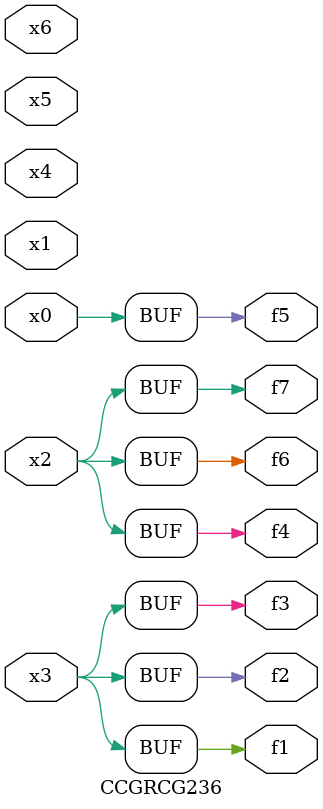
<source format=v>
module CCGRCG236(
	input x0, x1, x2, x3, x4, x5, x6,
	output f1, f2, f3, f4, f5, f6, f7
);
	assign f1 = x3;
	assign f2 = x3;
	assign f3 = x3;
	assign f4 = x2;
	assign f5 = x0;
	assign f6 = x2;
	assign f7 = x2;
endmodule

</source>
